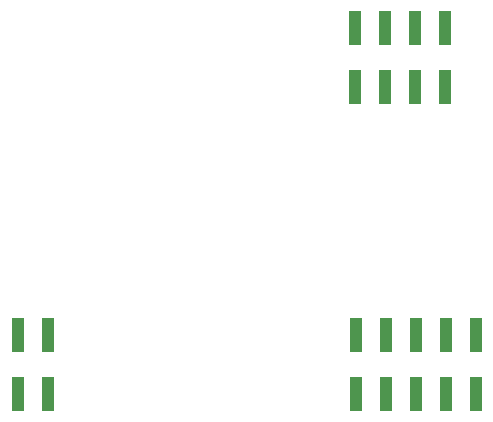
<source format=gbp>
G04 #@! TF.GenerationSoftware,KiCad,Pcbnew,8.0.1*
G04 #@! TF.CreationDate,2025-02-17T15:23:15+05:00*
G04 #@! TF.ProjectId,Sensors,53656e73-6f72-4732-9e6b-696361645f70,rev?*
G04 #@! TF.SameCoordinates,Original*
G04 #@! TF.FileFunction,Paste,Bot*
G04 #@! TF.FilePolarity,Positive*
%FSLAX46Y46*%
G04 Gerber Fmt 4.6, Leading zero omitted, Abs format (unit mm)*
G04 Created by KiCad (PCBNEW 8.0.1) date 2025-02-17 15:23:15*
%MOMM*%
%LPD*%
G01*
G04 APERTURE LIST*
%ADD10R,1.000000X3.000000*%
G04 APERTURE END LIST*
D10*
X192530000Y-117604999D03*
X192530000Y-122645001D03*
X189990000Y-117605000D03*
X189990000Y-122645000D03*
X187450000Y-117605000D03*
X187450000Y-122645000D03*
X184910000Y-117605000D03*
X184910000Y-122645000D03*
X182370000Y-117604999D03*
X182370000Y-122645001D03*
X156305002Y-117605000D03*
X156305002Y-122645000D03*
X153765000Y-117605000D03*
X153765000Y-122645000D03*
X182315000Y-96670000D03*
X182315000Y-91630000D03*
X184854999Y-96670000D03*
X184854999Y-91630000D03*
X187395001Y-96670000D03*
X187395001Y-91630000D03*
X189935000Y-96670000D03*
X189935000Y-91630000D03*
M02*

</source>
